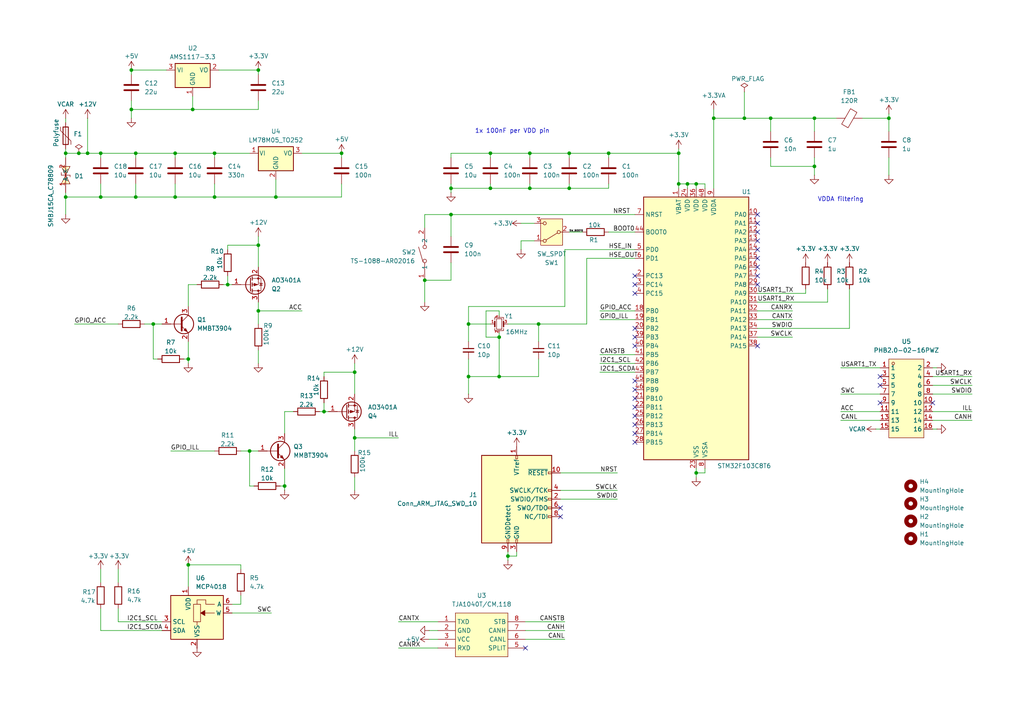
<source format=kicad_sch>
(kicad_sch (version 20250114) (generator "eeschema") (generator_version "9.0")
  (paper "A4")
  (title_block (title "CANtoto converter") (date "2025-06-28") (rev "0.2"))
  (text "VDDA filtering" (at 243.84 57.912 0) (effects (font (size 1.27 1.27))))
  (text "1x 100nF per VDD pin" (at 148.59 38.1 0) (effects (font (size 1.27 1.27))))
  (junction (at 62.23 44.45))
  (junction (at 135.89 93.98))
  (junction (at 50.8 44.45))
  (junction (at 207.01 34.29))
  (junction (at 80.01 57.15))
  (junction (at 135.89 109.22))
  (junction (at 66.04 82.55))
  (junction (at 38.1 20.32))
  (junction (at 257.81 34.29))
  (junction (at 176.53 44.45))
  (junction (at 29.21 57.15))
  (junction (at 29.21 44.45))
  (junction (at 215.9 34.29))
  (junction (at 130.81 62.23))
  (junction (at 38.1 31.75))
  (junction (at 236.22 34.29))
  (junction (at 50.8 57.15))
  (junction (at 144.78 97.79))
  (junction (at 123.19 81.28))
  (junction (at 82.55 140.97))
  (junction (at 55.88 31.75))
  (junction (at 54.61 104.14))
  (junction (at 93.98 119.38))
  (junction (at 102.87 107.95))
  (junction (at 165.1 44.45))
  (junction (at 142.24 54.61))
  (junction (at 74.93 71.12))
  (junction (at 201.93 53.34))
  (junction (at 25.4 44.45))
  (junction (at 54.61 163.83))
  (junction (at 44.45 93.98))
  (junction (at 165.1 54.61))
  (junction (at 22.86 44.45))
  (junction (at 74.93 20.32))
  (junction (at 199.39 53.34))
  (junction (at 99.06 44.45))
  (junction (at 74.93 90.17))
  (junction (at 201.93 137.16))
  (junction (at 142.24 44.45))
  (junction (at 156.21 93.98))
  (junction (at 19.05 57.15))
  (junction (at 147.32 161.29))
  (junction (at 39.37 44.45))
  (junction (at 223.52 34.29))
  (junction (at 102.87 127))
  (junction (at 196.85 44.45))
  (junction (at 19.05 44.45))
  (junction (at 62.23 57.15))
  (junction (at 144.78 109.22))
  (junction (at 153.67 44.45))
  (junction (at 196.85 53.34))
  (junction (at 39.37 57.15))
  (junction (at 130.81 54.61))
  (junction (at 153.67 54.61))
  (junction (at 72.39 130.81))
  (junction (at 236.22 48.26))
  (no_connect (at 184.15 110.49))
  (no_connect (at 219.71 100.33))
  (no_connect (at 219.71 67.31))
  (no_connect (at 219.71 62.23))
  (no_connect (at 219.71 69.85))
  (no_connect (at 184.15 120.65))
  (no_connect (at 255.27 111.76))
  (no_connect (at 162.56 147.32))
  (no_connect (at 219.71 82.55))
  (no_connect (at 184.15 97.79))
  (no_connect (at 255.27 109.22))
  (no_connect (at 184.15 115.57))
  (no_connect (at 219.71 74.93))
  (no_connect (at 184.15 80.01))
  (no_connect (at 184.15 123.19))
  (no_connect (at 184.15 128.27))
  (no_connect (at 184.15 95.25))
  (no_connect (at 184.15 82.55))
  (no_connect (at 219.71 77.47))
  (no_connect (at 184.15 113.03))
  (no_connect (at 219.71 80.01))
  (no_connect (at 184.15 100.33))
  (no_connect (at 219.71 72.39))
  (no_connect (at 184.15 118.11))
  (no_connect (at 162.56 149.86))
  (no_connect (at 152.4 187.96))
  (no_connect (at 184.15 125.73))
  (no_connect (at 219.71 64.77))
  (no_connect (at 184.15 85.09))
  (no_connect (at 255.27 116.84))
  (no_connect (at 270.51 116.84))
  (wire (pts (xy 62.23 44.45) (xy 62.23 45.72)))
  (wire (pts (xy 54.61 170.18) (xy 54.61 163.83)))
  (wire (pts (xy 50.8 45.72) (xy 50.8 44.45)))
  (wire (pts (xy 147.32 161.29) (xy 147.32 160.02)))
  (wire (pts (xy 39.37 57.15) (xy 50.8 57.15)))
  (wire (pts (xy 74.93 31.75) (xy 55.88 31.75)))
  (wire (pts (xy 66.04 82.55) (xy 67.31 82.55)))
  (wire (pts (xy 38.1 29.21) (xy 38.1 31.75)))
  (wire (pts (xy 142.24 53.34) (xy 142.24 54.61)))
  (wire (pts (xy 81.28 140.97) (xy 82.55 140.97)))
  (wire (pts (xy 19.05 44.45) (xy 22.86 44.45)))
  (wire (pts (xy 151.13 69.85) (xy 154.94 69.85)))
  (wire (pts (xy 93.98 119.38) (xy 95.25 119.38)))
  (wire (pts (xy 144.78 96.52) (xy 144.78 97.79)))
  (wire (pts (xy 246.38 83.82) (xy 246.38 95.25)))
  (wire (pts (xy 270.51 111.76) (xy 281.94 111.76)))
  (wire (pts (xy 123.19 87.63) (xy 123.19 81.28)))
  (wire (pts (xy 196.85 53.34) (xy 196.85 54.61)))
  (wire (pts (xy 207.01 31.75) (xy 207.01 34.29)))
  (wire (pts (xy 250.19 34.29) (xy 257.81 34.29)))
  (wire (pts (xy 163.83 72.39) (xy 184.15 72.39)))
  (wire (pts (xy 219.71 97.79) (xy 229.87 97.79)))
  (wire (pts (xy 85.09 119.38) (xy 82.55 119.38)))
  (wire (pts (xy 130.81 62.23) (xy 184.15 62.23)))
  (wire (pts (xy 124.46 182.88) (xy 127 182.88)))
  (wire (pts (xy 176.53 45.72) (xy 176.53 44.45)))
  (wire (pts (xy 29.21 57.15) (xy 39.37 57.15)))
  (wire (pts (xy 229.87 92.71) (xy 219.71 92.71)))
  (wire (pts (xy 38.1 31.75) (xy 38.1 34.29)))
  (wire (pts (xy 135.89 88.9) (xy 135.89 93.98)))
  (wire (pts (xy 115.57 187.96) (xy 127 187.96)))
  (wire (pts (xy 22.86 44.45) (xy 25.4 44.45)))
  (wire (pts (xy 144.78 91.44) (xy 144.78 90.17)))
  (wire (pts (xy 21.59 93.98) (xy 34.29 93.98)))
  (wire (pts (xy 130.81 68.58) (xy 130.81 62.23)))
  (wire (pts (xy 176.53 53.34) (xy 176.53 54.61)))
  (wire (pts (xy 219.71 95.25) (xy 246.38 95.25)))
  (wire (pts (xy 57.15 82.55) (xy 54.61 82.55)))
  (wire (pts (xy 173.99 102.87) (xy 184.15 102.87)))
  (wire (pts (xy 130.81 81.28) (xy 130.81 76.2)))
  (wire (pts (xy 54.61 104.14) (xy 54.61 105.41)))
  (wire (pts (xy 156.21 99.06) (xy 156.21 93.98)))
  (wire (pts (xy 115.57 180.34) (xy 127 180.34)))
  (wire (pts (xy 236.22 38.1) (xy 236.22 34.29)))
  (wire (pts (xy 233.68 85.09) (xy 233.68 83.82)))
  (wire (pts (xy 50.8 57.15) (xy 62.23 57.15)))
  (wire (pts (xy 165.1 54.61) (xy 176.53 54.61)))
  (wire (pts (xy 38.1 20.32) (xy 48.26 20.32)))
  (wire (pts (xy 102.87 127) (xy 102.87 130.81)))
  (wire (pts (xy 270.51 109.22) (xy 281.94 109.22)))
  (wire (pts (xy 219.71 85.09) (xy 233.68 85.09)))
  (wire (pts (xy 135.89 88.9) (xy 163.83 88.9)))
  (wire (pts (xy 74.93 68.58) (xy 74.93 71.12)))
  (wire (pts (xy 240.03 87.63) (xy 240.03 83.82)))
  (wire (pts (xy 62.23 44.45) (xy 72.39 44.45)))
  (wire (pts (xy 55.88 27.94) (xy 55.88 31.75)))
  (wire (pts (xy 39.37 45.72) (xy 39.37 44.45)))
  (wire (pts (xy 199.39 53.34) (xy 199.39 54.61)))
  (wire (pts (xy 102.87 107.95) (xy 102.87 114.3)))
  (wire (pts (xy 45.72 104.14) (xy 44.45 104.14)))
  (wire (pts (xy 201.93 53.34) (xy 201.93 54.61)))
  (wire (pts (xy 82.55 135.89) (xy 82.55 140.97)))
  (wire (pts (xy 156.21 109.22) (xy 156.21 104.14)))
  (wire (pts (xy 74.93 29.21) (xy 74.93 31.75)))
  (wire (pts (xy 243.84 114.3) (xy 255.27 114.3)))
  (wire (pts (xy 153.67 44.45) (xy 153.67 45.72)))
  (wire (pts (xy 54.61 82.55) (xy 54.61 88.9)))
  (wire (pts (xy 130.81 54.61) (xy 142.24 54.61)))
  (wire (pts (xy 219.71 87.63) (xy 240.03 87.63)))
  (wire (pts (xy 29.21 45.72) (xy 29.21 44.45)))
  (wire (pts (xy 156.21 93.98) (xy 170.18 93.98)))
  (wire (pts (xy 19.05 57.15) (xy 29.21 57.15)))
  (wire (pts (xy 135.89 109.22) (xy 135.89 104.14)))
  (wire (pts (xy 196.85 44.45) (xy 196.85 43.18)))
  (wire (pts (xy 173.99 105.41) (xy 184.15 105.41)))
  (wire (pts (xy 99.06 57.15) (xy 80.01 57.15)))
  (wire (pts (xy 162.56 144.78) (xy 179.07 144.78)))
  (wire (pts (xy 34.29 176.53) (xy 34.29 180.34)))
  (wire (pts (xy 50.8 53.34) (xy 50.8 57.15)))
  (wire (pts (xy 162.56 142.24) (xy 179.07 142.24)))
  (wire (pts (xy 124.46 185.42) (xy 127 185.42)))
  (wire (pts (xy 69.85 163.83) (xy 54.61 163.83)))
  (wire (pts (xy 62.23 53.34) (xy 62.23 57.15)))
  (wire (pts (xy 196.85 53.34) (xy 196.85 44.45)))
  (wire (pts (xy 69.85 175.26) (xy 67.31 175.26)))
  (wire (pts (xy 147.32 162.56) (xy 147.32 161.29)))
  (wire (pts (xy 74.93 90.17) (xy 74.93 93.98)))
  (wire (pts (xy 201.93 137.16) (xy 204.47 137.16)))
  (wire (pts (xy 204.47 53.34) (xy 204.47 54.61)))
  (wire (pts (xy 144.78 90.17) (xy 140.97 90.17)))
  (wire (pts (xy 270.51 119.38) (xy 281.94 119.38)))
  (wire (pts (xy 74.93 90.17) (xy 87.63 90.17)))
  (wire (pts (xy 271.78 124.46) (xy 270.51 124.46)))
  (wire (pts (xy 243.84 106.68) (xy 255.27 106.68)))
  (wire (pts (xy 87.63 44.45) (xy 99.06 44.45)))
  (wire (pts (xy 168.91 67.31) (xy 165.1 67.31)))
  (wire (pts (xy 204.47 135.89) (xy 204.47 137.16)))
  (wire (pts (xy 99.06 44.45) (xy 99.06 45.72)))
  (wire (pts (xy 80.01 52.07) (xy 80.01 57.15)))
  (wire (pts (xy 123.19 81.28) (xy 130.81 81.28)))
  (wire (pts (xy 130.81 44.45) (xy 142.24 44.45)))
  (wire (pts (xy 196.85 53.34) (xy 199.39 53.34)))
  (wire (pts (xy 215.9 34.29) (xy 223.52 34.29)))
  (wire (pts (xy 41.91 93.98) (xy 44.45 93.98)))
  (wire (pts (xy 38.1 20.32) (xy 38.1 21.59)))
  (wire (pts (xy 152.4 182.88) (xy 163.83 182.88)))
  (wire (pts (xy 54.61 99.06) (xy 54.61 104.14)))
  (wire (pts (xy 29.21 182.88) (xy 46.99 182.88)))
  (wire (pts (xy 135.89 109.22) (xy 144.78 109.22)))
  (wire (pts (xy 173.99 107.95) (xy 184.15 107.95)))
  (wire (pts (xy 243.84 121.92) (xy 255.27 121.92)))
  (wire (pts (xy 153.67 53.34) (xy 153.67 54.61)))
  (wire (pts (xy 152.4 185.42) (xy 163.83 185.42)))
  (wire (pts (xy 44.45 93.98) (xy 46.99 93.98)))
  (wire (pts (xy 153.67 44.45) (xy 165.1 44.45)))
  (wire (pts (xy 19.05 45.72) (xy 19.05 44.45)))
  (wire (pts (xy 93.98 107.95) (xy 93.98 109.22)))
  (wire (pts (xy 29.21 165.1) (xy 29.21 168.91)))
  (wire (pts (xy 66.04 71.12) (xy 74.93 71.12)))
  (wire (pts (xy 142.24 44.45) (xy 142.24 45.72)))
  (wire (pts (xy 207.01 34.29) (xy 207.01 54.61)))
  (wire (pts (xy 254 124.46) (xy 255.27 124.46)))
  (wire (pts (xy 135.89 99.06) (xy 135.89 93.98)))
  (wire (pts (xy 80.01 57.15) (xy 62.23 57.15)))
  (wire (pts (xy 82.55 119.38) (xy 82.55 125.73)))
  (wire (pts (xy 176.53 67.31) (xy 184.15 67.31)))
  (wire (pts (xy 39.37 44.45) (xy 50.8 44.45)))
  (wire (pts (xy 223.52 34.29) (xy 236.22 34.29)))
  (wire (pts (xy 243.84 119.38) (xy 255.27 119.38)))
  (wire (pts (xy 223.52 48.26) (xy 236.22 48.26)))
  (wire (pts (xy 170.18 93.98) (xy 170.18 74.93)))
  (wire (pts (xy 130.81 62.23) (xy 123.19 62.23)))
  (wire (pts (xy 99.06 53.34) (xy 99.06 57.15)))
  (wire (pts (xy 165.1 53.34) (xy 165.1 54.61)))
  (wire (pts (xy 29.21 176.53) (xy 29.21 182.88)))
  (wire (pts (xy 142.24 54.61) (xy 153.67 54.61)))
  (wire (pts (xy 74.93 87.63) (xy 74.93 90.17)))
  (wire (pts (xy 34.29 168.91) (xy 34.29 165.1)))
  (wire (pts (xy 151.13 72.39) (xy 151.13 69.85)))
  (wire (pts (xy 64.77 82.55) (xy 66.04 82.55)))
  (wire (pts (xy 29.21 44.45) (xy 39.37 44.45)))
  (wire (pts (xy 236.22 48.26) (xy 236.22 50.8)))
  (wire (pts (xy 72.39 130.81) (xy 72.39 140.97)))
  (wire (pts (xy 34.29 180.34) (xy 46.99 180.34)))
  (wire (pts (xy 176.53 44.45) (xy 196.85 44.45)))
  (wire (pts (xy 74.93 71.12) (xy 74.93 77.47)))
  (wire (pts (xy 44.45 93.98) (xy 44.45 104.14)))
  (wire (pts (xy 25.4 44.45) (xy 29.21 44.45)))
  (wire (pts (xy 257.81 34.29) (xy 257.81 33.02)))
  (wire (pts (xy 142.24 44.45) (xy 153.67 44.45)))
  (wire (pts (xy 102.87 127) (xy 115.57 127)))
  (wire (pts (xy 130.81 53.34) (xy 130.81 54.61)))
  (wire (pts (xy 149.86 160.02) (xy 149.86 161.29)))
  (wire (pts (xy 135.89 93.98) (xy 142.24 93.98)))
  (wire (pts (xy 29.21 53.34) (xy 29.21 57.15)))
  (wire (pts (xy 66.04 71.12) (xy 66.04 72.39)))
  (wire (pts (xy 147.32 93.98) (xy 156.21 93.98)))
  (wire (pts (xy 82.55 140.97) (xy 82.55 142.24)))
  (wire (pts (xy 270.51 114.3) (xy 281.94 114.3)))
  (wire (pts (xy 93.98 116.84) (xy 93.98 119.38)))
  (wire (pts (xy 207.01 34.29) (xy 215.9 34.29)))
  (wire (pts (xy 74.93 101.6) (xy 74.93 105.41)))
  (wire (pts (xy 72.39 130.81) (xy 74.93 130.81)))
  (wire (pts (xy 153.67 54.61) (xy 165.1 54.61)))
  (wire (pts (xy 165.1 44.45) (xy 165.1 45.72)))
  (wire (pts (xy 102.87 124.46) (xy 102.87 127)))
  (wire (pts (xy 223.52 45.72) (xy 223.52 48.26)))
  (wire (pts (xy 151.13 64.77) (xy 154.94 64.77)))
  (wire (pts (xy 19.05 57.15) (xy 19.05 55.88)))
  (wire (pts (xy 69.85 130.81) (xy 72.39 130.81)))
  (wire (pts (xy 144.78 109.22) (xy 156.21 109.22)))
  (wire (pts (xy 130.81 54.61) (xy 130.81 55.88)))
  (wire (pts (xy 201.93 53.34) (xy 204.47 53.34)))
  (wire (pts (xy 93.98 107.95) (xy 102.87 107.95)))
  (wire (pts (xy 173.99 90.17) (xy 184.15 90.17)))
  (wire (pts (xy 140.97 90.17) (xy 140.97 97.79)))
  (wire (pts (xy 170.18 74.93) (xy 184.15 74.93)))
  (wire (pts (xy 69.85 165.1) (xy 69.85 163.83)))
  (wire (pts (xy 92.71 119.38) (xy 93.98 119.38)))
  (wire (pts (xy 135.89 114.3) (xy 135.89 109.22)))
  (wire (pts (xy 236.22 34.29) (xy 242.57 34.29)))
  (wire (pts (xy 19.05 34.29) (xy 19.05 35.56)))
  (wire (pts (xy 147.32 161.29) (xy 149.86 161.29)))
  (wire (pts (xy 19.05 57.15) (xy 19.05 62.23)))
  (wire (pts (xy 201.93 137.16) (xy 201.93 135.89)))
  (wire (pts (xy 271.78 106.68) (xy 270.51 106.68)))
  (wire (pts (xy 236.22 45.72) (xy 236.22 48.26)))
  (wire (pts (xy 163.83 88.9) (xy 163.83 72.39)))
  (wire (pts (xy 257.81 45.72) (xy 257.81 50.8)))
  (wire (pts (xy 49.53 130.81) (xy 62.23 130.81)))
  (wire (pts (xy 130.81 45.72) (xy 130.81 44.45)))
  (wire (pts (xy 39.37 53.34) (xy 39.37 57.15)))
  (wire (pts (xy 50.8 44.45) (xy 62.23 44.45)))
  (wire (pts (xy 140.97 97.79) (xy 144.78 97.79)))
  (wire (pts (xy 270.51 121.92) (xy 281.94 121.92)))
  (wire (pts (xy 53.34 104.14) (xy 54.61 104.14)))
  (wire (pts (xy 215.9 26.67) (xy 215.9 34.29)))
  (wire (pts (xy 257.81 38.1) (xy 257.81 34.29)))
  (wire (pts (xy 102.87 138.43) (xy 102.87 142.24)))
  (wire (pts (xy 144.78 97.79) (xy 144.78 109.22)))
  (wire (pts (xy 201.93 138.43) (xy 201.93 137.16)))
  (wire (pts (xy 219.71 90.17) (xy 229.87 90.17)))
  (wire (pts (xy 25.4 34.29) (xy 25.4 44.45)))
  (wire (pts (xy 173.99 92.71) (xy 184.15 92.71)))
  (wire (pts (xy 55.88 31.75) (xy 38.1 31.75)))
  (wire (pts (xy 69.85 172.72) (xy 69.85 175.26)))
  (wire (pts (xy 123.19 62.23) (xy 123.19 66.04)))
  (wire (pts (xy 102.87 105.41) (xy 102.87 107.95)))
  (wire (pts (xy 67.31 177.8) (xy 78.74 177.8)))
  (wire (pts (xy 223.52 34.29) (xy 223.52 38.1)))
  (wire (pts (xy 199.39 53.34) (xy 201.93 53.34)))
  (wire (pts (xy 73.66 140.97) (xy 72.39 140.97)))
  (wire (pts (xy 19.05 43.18) (xy 19.05 44.45)))
  (wire (pts (xy 152.4 180.34) (xy 163.83 180.34)))
  (wire (pts (xy 162.56 137.16) (xy 179.07 137.16)))
  (wire (pts (xy 66.04 80.01) (xy 66.04 82.55)))
  (wire (pts (xy 74.93 20.32) (xy 74.93 21.59)))
  (wire (pts (xy 165.1 44.45) (xy 176.53 44.45)))
  (wire (pts (xy 63.5 20.32) (xy 74.93 20.32)))
  (label "SWC" (at 78.74 177.8 180))
  (label "CANH" (at 163.83 182.88 180))
  (label "CANH" (at 281.94 121.92 180))
  (label "GPIO_ILL" (at 49.53 130.81 0))
  (label "SWC" (at 243.84 114.3 0))
  (label "USART1_RX" (at 219.71 87.63 0))
  (label "SWCLK" (at 229.87 97.79 180))
  (label "CANSTB" (at 163.83 180.34 180))
  (label "CANL" (at 243.84 121.92 0))
  (label "ACC" (at 243.84 119.38 0))
  (label "CANTX" (at 229.87 92.71 180))
  (label "USART1_TX" (at 219.71 85.09 0))
  (label "SWCLK" (at 179.07 142.24 180))
  (label "USART1_TX" (at 243.84 106.68 0))
  (label "NRST" (at 179.07 137.16 180))
  (label "SWDIO" (at 179.07 144.78 180))
  (label "HSE_OUT" (at 176.53 74.93 0))
  (label "USART1_RX" (at 281.94 109.22 180))
  (label "SWCLK" (at 281.94 111.76 180))
  (label "GPIO_ACC" (at 21.59 93.98 0))
  (label "ACC" (at 87.63 90.17 180))
  (label "BOOT0" (at 177.8 67.31 0))
  (label "CANRX" (at 115.57 187.96 0))
  (label "I2C1_SCDA" (at 36.83 182.88 0))
  (label "CANL" (at 163.83 185.42 180))
  (label "SW_BOOT0" (at 165.1 67.31 0) (effects (font (size 0.508 0.508))))
  (label "I2C1_SCL" (at 36.83 180.34 0))
  (label "ILL" (at 115.57 127 180))
  (label "SWDIO" (at 281.94 114.3 180))
  (label "NRST" (at 177.8 62.23 0))
  (label "ILL" (at 281.94 119.38 180))
  (label "HSE_IN" (at 176.53 72.39 0))
  (label "CANTX" (at 115.57 180.34 0))
  (label "CANRX" (at 229.87 90.17 180))
  (label "SWDIO" (at 229.87 95.25 180))
  (label "GPIO_ACC" (at 173.99 90.17 0))
  (label "GPIO_ILL" (at 173.99 92.71 0))
  (label "CANSTB" (at 173.99 102.87 0))
  (label "I2C1_SCDA" (at 173.99 107.95 0))
  (label "I2C1_SCL" (at 173.99 105.41 0))
  (symbol (lib_id "Device:R") (at 69.85 168.91 0) (unit 1)
    (property "Reference" "R5" (at 72.39 167.6399 0) (effects (justify left)))
    (property "Value" "4.7k" (at 72.39 170.1799 0) (effects (justify left)))
    (property "Footprint" "Resistor_SMD:R_0402_1005Metric" (effects (hide yes)))
    (property "Description" "Resistor" (effects (hide yes)))
  )
  (symbol (lib_id "Device:R") (at 34.29 172.72 0) (unit 1)
    (property "Reference" "R16" (at 36.83 171.4499 0) (effects (justify left)))
    (property "Value" "4.7k" (at 36.83 173.9899 0) (effects (justify left)))
    (property "Footprint" "Resistor_SMD:R_0402_1005Metric" (effects (hide yes)))
    (property "Description" "Resistor" (effects (hide yes)))
  )
  (symbol (lib_id "Device:C") (at 62.23 49.53 0) (unit 1)
    (property "Reference" "C14" (at 66.04 48.2599 0) (effects (justify left)))
    (property "Value" "330n" (at 66.04 50.7999 0) (effects (justify left)))
    (property "Footprint" "Capacitor_SMD:C_0805_2012Metric" (effects (hide yes)))
    (property "Description" "Unpolarized capacitor" (effects (hide yes)))
  )
  (symbol (lib_id "power:GND") (at 54.61 105.41 0) (unit 1)
    (property "Reference" "#PWR028" (effects (hide yes)))
    (property "Value" "GND" (effects (hide yes)))
    (property "Description" "Power symbol creates a global label with name \"GND\" , ground" (effects (hide yes)))
  )
  (symbol (lib_id "easyeda2kicad:SMBJ15CA_C78809") (at 19.05 50.8 90) (unit 1)
    (property "Reference" "D1" (at 21.59 51.054 90) (effects (justify right)))
    (property "Value" "SMBJ15CA_C78809" (at 14.732 47.752 0) (effects (justify right)))
    (property "Footprint" "easyeda2kicad:SMB_L4.6-W3.6-LS5.3-BI" (effects (hide yes)))
    (property "Datasheet" "https://lcsc.com/product-detail/TVS_Littelfuse_SMBJ15CA_SMBJ15CA_C78809.html" (effects (hide yes)))
    (property "LCSC Part" "C78809" (effects (hide yes)))
  )
  (symbol (lib_id "Mechanical:MountingHole") (at 264.16 156.21 0) (unit 1) (in_bom no)
    (property "Reference" "H1" (at 266.7 154.9399 0) (effects (justify left)))
    (property "Value" "MountingHole" (at 266.7 157.4799 0) (effects (justify left)))
    (property "Footprint" "MountingHole:MountingHole_3mm" (effects (hide yes)))
    (property "Description" "Mounting Hole without connection" (effects (hide yes)))
  )
  (symbol (lib_id "Device:C") (at 99.06 49.53 0) (unit 1)
    (property "Reference" "C15" (at 102.87 48.2599 0) (effects (justify left)))
    (property "Value" "100n" (at 102.87 50.7999 0) (effects (justify left)))
    (property "Footprint" "Capacitor_SMD:C_0805_2012Metric" (effects (hide yes)))
    (property "Description" "Unpolarized capacitor" (effects (hide yes)))
  )
  (symbol (lib_id "power:+3.3V") (at 25.4 34.29 0) (unit 1)
    (property "Reference" "#PWR030" (effects (hide yes)))
    (property "Value" "+12V" (at 25.4 30.226 0))
    (property "Description" "Power symbol creates a global label with name \"+3.3V\"" (effects (hide yes)))
  )
  (symbol (lib_id "power:GND") (at 123.19 87.63 0) (unit 1)
    (property "Reference" "#PWR08" (effects (hide yes)))
    (property "Value" "GND" (effects (hide yes)))
    (property "Description" "Power symbol creates a global label with name \"GND\" , ground" (effects (hide yes)))
  )
  (symbol (lib_id "Device:R") (at 77.47 140.97 90) (unit 1)
    (property "Reference" "R12" (at 77.47 136.144 90))
    (property "Value" "10k" (at 77.47 138.684 90))
    (property "Footprint" "Resistor_SMD:R_0402_1005Metric" (effects (hide yes)))
    (property "Description" "Resistor" (effects (hide yes)))
  )
  (symbol (lib_id "power:GND") (at 124.46 182.88 270) (unit 1)
    (property "Reference" "#PWR015" (effects (hide yes)))
    (property "Value" "GND" (effects (hide yes)))
    (property "Description" "Power symbol creates a global label with name \"GND\" , ground" (effects (hide yes)))
  )
  (symbol (lib_id "power:+3.3V") (at 38.1 20.32 0) (unit 1)
    (property "Reference" "#PWR014" (effects (hide yes)))
    (property "Value" "+5V" (at 38.1 16.256 0))
    (property "Description" "Power symbol creates a global label with name \"+3.3V\"" (effects (hide yes)))
  )
  (symbol (lib_id "Device:R") (at 60.96 82.55 90) (unit 1)
    (property "Reference" "R8" (at 60.96 77.978 90))
    (property "Value" "2.2k" (at 60.96 80.518 90))
    (property "Footprint" "Resistor_SMD:R_0402_1005Metric" (effects (hide yes)))
    (property "Description" "Resistor" (effects (hide yes)))
  )
  (symbol (lib_id "Device:C") (at 130.81 72.39 0) (unit 1)
    (property "Reference" "C9" (at 134.62 71.1199 0) (effects (justify left)))
    (property "Value" "100n" (at 134.62 73.6599 0) (effects (justify left)))
    (property "Footprint" "Capacitor_SMD:C_0402_1005Metric" (effects (hide yes)))
    (property "Description" "Unpolarized capacitor" (effects (hide yes)))
  )
  (symbol (lib_id "Device:C_Small") (at 156.21 101.6 0) (unit 1)
    (property "Reference" "C11" (at 158.75 100.3362 0) (effects (justify left)))
    (property "Value" "10p" (at 158.75 102.8762 0) (effects (justify left)))
    (property "Footprint" "Capacitor_SMD:C_0402_1005Metric" (effects (hide yes)))
    (property "Description" "Unpolarized capacitor, small symbol" (effects (hide yes)))
  )
  (symbol (lib_id "power:PWR_FLAG") (at 215.9 26.67 0) (unit 1)
    (property "Reference" "#FLG02" (effects (hide yes)))
    (property "Value" "PWR_FLAG" (at 216.916 22.86 0))
    (property "Description" "Special symbol for telling ERC where power comes from" (effects (hide yes)))
  )
  (symbol (lib_id "Device:R") (at 74.93 97.79 0) (unit 1)
    (property "Reference" "R9" (at 77.724 94.488 0))
    (property "Value" "100k" (at 77.216 97.79 90))
    (property "Footprint" "Resistor_SMD:R_0402_1005Metric" (effects (hide yes)))
    (property "Description" "Resistor" (effects (hide yes)))
  )
  (symbol (lib_id "Device:C") (at 223.52 41.91 0) (unit 1)
    (property "Reference" "C6" (at 227.33 40.6399 0) (effects (justify left)))
    (property "Value" "10n" (at 227.33 43.1799 0) (effects (justify left)))
    (property "Footprint" "Capacitor_SMD:C_0402_1005Metric" (effects (hide yes)))
    (property "Description" "Unpolarized capacitor" (effects (hide yes)))
  )
  (symbol (lib_id "Device:FerriteBead") (at 246.38 34.29 90) (unit 1)
    (property "Reference" "FB1" (at 246.3292 26.67 90))
    (property "Value" "120R" (at 246.3292 29.21 90))
    (property "Footprint" "Inductor_SMD:L_0603_1608Metric" (effects (hide yes)))
    (property "Description" "Ferrite bead" (effects (hide yes)))
  )
  (symbol (lib_id "power:+3.3V") (at 233.68 76.2 0) (unit 1)
    (property "Reference" "#PWR024" (effects (hide yes)))
    (property "Value" "+3.3V" (at 233.68 72.136 0))
    (property "Description" "Power symbol creates a global label with name \"+3.3V\"" (effects (hide yes)))
  )
  (symbol (lib_id "Connector:Conn_ARM_JTAG_SWD_10") (at 149.86 144.78 0) (unit 1)
    (property "Reference" "J1" (at 138.43 143.5099 0) (effects (justify right)))
    (property "Value" "Conn_ARM_JTAG_SWD_10" (at 138.43 146.0499 0) (effects (justify right)))
    (property "Footprint" "Connector_PinHeader_1.27mm:PinHeader_2x05_P1.27mm_Vertical_SMD" (effects (hide yes)))
    (property "Datasheet" "http://infocenter.arm.com/help/topic/com.arm.doc.ddi0314h/DDI0314H_coresight_components_trm.pdf" (effects (hide yes)))
    (property "Description" "Cortex Debug Connector, standard ARM Cortex-M SWD and JTAG interface" (effects (hide yes)))
  )
  (symbol (lib_id "power:GND") (at 82.55 142.24 0) (unit 1)
    (property "Reference" "#PWR032" (effects (hide yes)))
    (property "Value" "GND" (effects (hide yes)))
    (property "Description" "Power symbol creates a global label with name \"GND\" , ground" (effects (hide yes)))
  )
  (symbol (lib_id "power:+3.3V") (at 102.87 105.41 0) (unit 1)
    (property "Reference" "#PWR033" (effects (hide yes)))
    (property "Value" "+12V" (at 102.87 101.346 0))
    (property "Description" "Power symbol creates a global label with name \"+3.3V\"" (effects (hide yes)))
  )
  (symbol (lib_id "power:GND") (at 271.78 106.68 90) (unit 1)
    (property "Reference" "#PWR023" (effects (hide yes)))
    (property "Value" "GND" (effects (hide yes)))
    (property "Description" "Power symbol creates a global label with name \"GND\" , ground" (effects (hide yes)))
  )
  (symbol (lib_id "Device:R") (at 38.1 93.98 90) (unit 1)
    (property "Reference" "R6" (at 38.1 89.408 90))
    (property "Value" "2.2k" (at 38.1 91.948 90))
    (property "Footprint" "Resistor_SMD:R_0402_1005Metric" (effects (hide yes)))
    (property "Description" "Resistor" (effects (hide yes)))
  )
  (symbol (lib_id "Device:C") (at 165.1 49.53 0) (unit 1)
    (property "Reference" "C2" (at 168.91 48.2599 0) (effects (justify left)))
    (property "Value" "100n" (at 168.91 50.7999 0) (effects (justify left)))
    (property "Footprint" "Capacitor_SMD:C_0402_1005Metric" (effects (hide yes)))
    (property "Description" "Unpolarized capacitor" (effects (hide yes)))
  )
  (symbol (lib_id "MCU_ST_STM32F1:STM32F103C8Tx") (at 201.93 95.25 0) (unit 1)
    (property "Reference" "U1" (at 215.138 55.626 0) (effects (justify left)))
    (property "Value" "STM32F103C8T6" (at 208.026 135.128 0) (effects (justify left)))
    (property "Footprint" "Package_QFP:LQFP-48_7x7mm_P0.5mm" (effects (hide yes)))
    (property "Datasheet" "https://www.st.com/resource/en/datasheet/stm32f103c8.pdf" (effects (hide yes)))
    (property "Description" "STMicroelectronics Arm Cortex-M3 MCU, 64KB flash, 20KB RAM, 72 MHz, 2.0-3.6V, 37 GPIO, LQFP48" (effects (hide yes)))
  )
  (symbol (lib_id "Transistor_FET:AO3401A") (at 100.33 119.38 0) (mirror x) (unit 1)
    (property "Reference" "Q4" (at 106.68 120.6501 0) (effects (justify left)))
    (property "Value" "AO3401A" (at 106.68 118.1101 0) (effects (justify left)))
    (property "Footprint" "Package_TO_SOT_SMD:SOT-23" (effects (hide yes)))
    (property "Datasheet" "http://www.aosmd.com/pdfs/datasheet/AO3401A.pdf" (effects (hide yes)))
    (property "Description" "-4.0A Id, -30V Vds, P-Channel MOSFET, SOT-23" (effects (hide yes)))
  )
  (symbol (lib_id "Device:R") (at 102.87 134.62 0) (unit 1)
    (property "Reference" "R15" (at 105.664 131.318 0))
    (property "Value" "100k" (at 105.156 134.62 90))
    (property "Footprint" "Resistor_SMD:R_0402_1005Metric" (effects (hide yes)))
    (property "Description" "Resistor" (effects (hide yes)))
  )
  (symbol (lib_id "Transistor_FET:AO3401A") (at 72.39 82.55 0) (mirror x) (unit 1)
    (property "Reference" "Q2" (at 78.74 83.8201 0) (effects (justify left)))
    (property "Value" "AO3401A" (at 78.74 81.2801 0) (effects (justify left)))
    (property "Footprint" "Package_TO_SOT_SMD:SOT-23" (effects (hide yes)))
    (property "Datasheet" "http://www.aosmd.com/pdfs/datasheet/AO3401A.pdf" (effects (hide yes)))
    (property "Description" "-4.0A Id, -30V Vds, P-Channel MOSFET, SOT-23" (effects (hide yes)))
  )
  (symbol (lib_id "Device:R") (at 29.21 172.72 0) (unit 1)
    (property "Reference" "R17" (at 23.876 171.704 0) (effects (justify left)))
    (property "Value" "4.7k" (at 23.368 174.244 0) (effects (justify left)))
    (property "Footprint" "Resistor_SMD:R_0402_1005Metric" (effects (hide yes)))
    (property "Description" "Resistor" (effects (hide yes)))
  )
  (symbol (lib_id "power:+3.3V") (at 29.21 165.1 0) (unit 1)
    (property "Reference" "#PWR038" (effects (hide yes)))
    (property "Value" "+3.3V" (at 28.448 161.29 0))
    (property "Description" "Power symbol creates a global label with name \"+3.3V\"" (effects (hide yes)))
  )
  (symbol (lib_id "power:+3.3V") (at 240.03 76.2 0) (unit 1)
    (property "Reference" "#PWR025" (effects (hide yes)))
    (property "Value" "+3.3V" (at 240.03 72.136 0))
    (property "Description" "Power symbol creates a global label with name \"+3.3V\"" (effects (hide yes)))
  )
  (symbol (lib_id "power:+3.3V") (at 254 124.46 90) (unit 1)
    (property "Reference" "#PWR022" (effects (hide yes)))
    (property "Value" "VCAR" (at 248.666 124.46 90))
    (property "Description" "Power symbol creates a global label with name \"+3.3V\"" (effects (hide yes)))
  )
  (symbol (lib_id "Device:R") (at 49.53 104.14 90) (unit 1)
    (property "Reference" "R7" (at 49.53 99.314 90))
    (property "Value" "10k" (at 49.53 101.854 90))
    (property "Footprint" "Resistor_SMD:R_0402_1005Metric" (effects (hide yes)))
    (property "Description" "Resistor" (effects (hide yes)))
  )
  (symbol (lib_id "Device:C") (at 130.81 49.53 0) (unit 1)
    (property "Reference" "C5" (at 134.62 48.2599 0) (effects (justify left)))
    (property "Value" "10u" (at 134.62 50.7999 0) (effects (justify left)))
    (property "Footprint" "Capacitor_SMD:C_0603_1608Metric" (effects (hide yes)))
    (property "Description" "Unpolarized capacitor" (effects (hide yes)))
  )
  (symbol (lib_id "Device:C") (at 236.22 41.91 0) (unit 1)
    (property "Reference" "C7" (at 240.03 40.6399 0) (effects (justify left)))
    (property "Value" "1u" (at 240.03 43.1799 0) (effects (justify left)))
    (property "Footprint" "Capacitor_SMD:C_0402_1005Metric" (effects (hide yes)))
    (property "Description" "Unpolarized capacitor" (effects (hide yes)))
  )
  (symbol (lib_id "Device:C") (at 176.53 49.53 0) (unit 1)
    (property "Reference" "C1" (at 180.34 48.2599 0) (effects (justify left)))
    (property "Value" "100n" (at 180.34 50.7999 0) (effects (justify left)))
    (property "Footprint" "Capacitor_SMD:C_0402_1005Metric" (effects (hide yes)))
    (property "Description" "Unpolarized capacitor" (effects (hide yes)))
  )
  (symbol (lib_id "Mechanical:MountingHole") (at 264.16 151.13 0) (unit 1) (in_bom no)
    (property "Reference" "H2" (at 266.7 149.8599 0) (effects (justify left)))
    (property "Value" "MountingHole" (at 266.7 152.3999 0) (effects (justify left)))
    (property "Footprint" "MountingHole:MountingHole_3mm" (effects (hide yes)))
    (property "Description" "Mounting Hole without connection" (effects (hide yes)))
  )
  (symbol (lib_id "power:GND") (at 257.81 50.8 0) (unit 1)
    (property "Reference" "#PWR07" (effects (hide yes)))
    (property "Value" "GND" (effects (hide yes)))
    (property "Description" "Power symbol creates a global label with name \"GND\" , ground" (effects (hide yes)))
  )
  (symbol (lib_id "Device:C") (at 142.24 49.53 0) (unit 1)
    (property "Reference" "C4" (at 146.05 48.2599 0) (effects (justify left)))
    (property "Value" "100n" (at 146.05 50.7999 0) (effects (justify left)))
    (property "Footprint" "Capacitor_SMD:C_0402_1005Metric" (effects (hide yes)))
    (property "Description" "Unpolarized capacitor" (effects (hide yes)))
  )
  (symbol (lib_id "power:GND") (at 271.78 124.46 90) (unit 1)
    (property "Reference" "#PWR021" (effects (hide yes)))
    (property "Value" "GND" (effects (hide yes)))
    (property "Description" "Power symbol creates a global label with name \"GND\" , ground" (effects (hide yes)))
  )
  (symbol (lib_id "easyeda2kicad:TS-1088-AR02016") (at 123.19 73.66 90) (unit 1)
    (property "Reference" "SW2" (at 120.65 73.152 90) (effects (justify left)))
    (property "Value" "TS-1088-AR02016" (at 120.396 75.692 90) (effects (justify left)))
    (property "Footprint" "easyeda2kicad:SW-SMD_L3.9-W3.0-P4.45" (effects (hide yes)))
    (property "Datasheet" "https://lcsc.com/product-detail/Tactile-Switches_XUNPU-TS-1088-AR02016_C720477.html" (effects (hide yes)))
    (property "LCSC Part" "C720477" (effects (hide yes)))
  )
  (symbol (lib_id "power:GND") (at 102.87 142.24 0) (unit 1)
    (property "Reference" "#PWR034" (effects (hide yes)))
    (property "Value" "GND" (effects (hide yes)))
    (property "Description" "Power symbol creates a global label with name \"GND\" , ground" (effects (hide yes)))
  )
  (symbol (lib_id "power:GND") (at 19.05 62.23 0) (unit 1)
    (property "Reference" "#PWR019" (effects (hide yes)))
    (property "Value" "GND" (effects (hide yes)))
    (property "Description" "Power symbol creates a global label with name \"GND\" , ground" (effects (hide yes)))
  )
  (symbol (lib_id "Device:C") (at 257.81 41.91 0) (unit 1)
    (property "Reference" "C8" (at 261.62 40.6399 0) (effects (justify left)))
    (property "Value" "1u" (at 261.62 43.1799 0) (effects (justify left)))
    (property "Footprint" "Capacitor_SMD:C_0402_1005Metric" (effects (hide yes)))
    (property "Description" "Unpolarized capacitor" (effects (hide yes)))
  )
  (symbol (lib_id "power:+3.3V") (at 74.93 68.58 0) (unit 1)
    (property "Reference" "#PWR031" (effects (hide yes)))
    (property "Value" "+12V" (at 74.93 64.516 0))
    (property "Description" "Power symbol creates a global label with name \"+3.3V\"" (effects (hide yes)))
  )
  (symbol (lib_id "Device:Polyfuse") (at 19.05 39.37 180) (unit 1)
    (property "Reference" "F1" (at 21.336 38.862 0) (effects (justify right)))
    (property "Value" "Polyfuse" (at 16.256 42.672 90) (effects (justify right)))
    (property "Footprint" "Fuse:Fuse_1812_4532Metric" (effects (hide yes)))
    (property "Description" "Resettable fuse, polymeric positive temperature coefficient" (effects (hide yes)))
  )
  (symbol (lib_id "Regulator_Linear:LM78M05_TO252") (at 80.01 44.45 0) (unit 1)
    (property "Reference" "U4" (at 80.01 38.1 0))
    (property "Value" "LM78M05_TO252" (at 80.01 40.64 0))
    (property "Footprint" "Package_TO_SOT_SMD:TO-252-2" (effects (hide yes)))
    (property "Datasheet" "https://www.onsemi.com/pub/Collateral/MC78M00-D.PDF" (effects (hide yes)))
    (property "Description" "Positive 500mA 35V Linear Regulator, Fixed Output 5V, TO-252 (D-PAK)" (effects (hide yes)))
  )
  (symbol (lib_id "Transistor_BJT:MMBT3904") (at 80.01 130.81 0) (unit 1)
    (property "Reference" "Q3" (at 85.09 129.5399 0) (effects (justify left)))
    (property "Value" "MMBT3904" (at 85.09 132.0799 0) (effects (justify left)))
    (property "Footprint" "Package_TO_SOT_SMD:SOT-23" (effects (hide yes)))
    (property "Datasheet" "https://www.onsemi.com/pdf/datasheet/pzt3904-d.pdf" (effects (hide yes)))
    (property "Description" "0.2A Ic, 40V Vce, Small Signal NPN Transistor, SOT-23" (effects (hide yes)))
  )
  (symbol (lib_id "power:GND") (at 38.1 34.29 0) (unit 1)
    (property "Reference" "#PWR012" (effects (hide yes)))
    (property "Value" "GND" (effects (hide yes)))
    (property "Description" "Power symbol creates a global label with name \"GND\" , ground" (effects (hide yes)))
  )
  (symbol (lib_id "power:+3.3V") (at 54.61 163.83 0) (unit 1)
    (property "Reference" "#PWR027" (effects (hide yes)))
    (property "Value" "+5V" (at 54.61 159.766 0))
    (property "Description" "Power symbol creates a global label with name \"+3.3V\"" (effects (hide yes)))
  )
  (symbol (lib_id "power:GND") (at 135.89 114.3 0) (unit 1)
    (property "Reference" "#PWR011" (effects (hide yes)))
    (property "Value" "GND" (effects (hide yes)))
    (property "Description" "Power symbol creates a global label with name \"GND\" , ground" (effects (hide yes)))
  )
  (symbol (lib_id "Device:R") (at 88.9 119.38 90) (unit 1)
    (property "Reference" "R13" (at 88.9 114.808 90))
    (property "Value" "2.2k" (at 88.9 117.348 90))
    (property "Footprint" "Resistor_SMD:R_0402_1005Metric" (effects (hide yes)))
    (property "Description" "Resistor" (effects (hide yes)))
  )
  (symbol (lib_id "Device:C") (at 74.93 25.4 0) (unit 1)
    (property "Reference" "C13" (at 78.74 24.1299 0) (effects (justify left)))
    (property "Value" "22u" (at 78.74 26.6699 0) (effects (justify left)))
    (property "Footprint" "Capacitor_SMD:C_0805_2012Metric" (effects (hide yes)))
    (property "Description" "Unpolarized capacitor" (effects (hide yes)))
  )
  (symbol (lib_id "Device:R") (at 233.68 80.01 0) (unit 1)
    (property "Reference" "R4" (at 236.22 78.7399 0) (effects (justify left)))
    (property "Value" "10k" (at 236.22 81.2799 0) (effects (justify left)))
    (property "Footprint" "Resistor_SMD:R_0402_1005Metric" (effects (hide yes)))
    (property "Description" "Resistor" (effects (hide yes)))
  )
  (symbol (lib_id "power:+3.3V") (at 34.29 165.1 0) (unit 1)
    (property "Reference" "#PWR037" (effects (hide yes)))
    (property "Value" "+3.3V" (at 34.544 161.29 0))
    (property "Description" "Power symbol creates a global label with name \"+3.3V\"" (effects (hide yes)))
  )
  (symbol (lib_id "Device:R") (at 172.72 67.31 90) (unit 1)
    (property "Reference" "R1" (at 172.212 69.596 90))
    (property "Value" "10k" (at 172.466 65.278 90))
    (property "Footprint" "Resistor_SMD:R_0402_1005Metric" (effects (hide yes)))
    (property "Description" "Resistor" (effects (hide yes)))
  )
  (symbol (lib_id "power:GND") (at 57.15 187.96 0) (unit 1)
    (property "Reference" "#PWR026" (effects (hide yes)))
    (property "Value" "GND" (effects (hide yes)))
    (property "Description" "Power symbol creates a global label with name \"GND\" , ground" (effects (hide yes)))
  )
  (symbol (lib_id "power:GND") (at 130.81 55.88 0) (unit 1)
    (property "Reference" "#PWR03" (effects (hide yes)))
    (property "Value" "GND" (effects (hide yes)))
    (property "Description" "Power symbol creates a global label with name \"GND\" , ground" (effects (hide yes)))
  )
  (symbol (lib_id "power:+3.3V") (at 19.05 34.29 0) (unit 1)
    (property "Reference" "#PWR018" (effects (hide yes)))
    (property "Value" "VCAR" (at 19.05 30.226 0))
    (property "Description" "Power symbol creates a global label with name \"+3.3V\"" (effects (hide yes)))
  )
  (symbol (lib_id "Transistor_BJT:MMBT3904") (at 52.07 93.98 0) (unit 1)
    (property "Reference" "Q1" (at 57.15 92.7099 0) (effects (justify left)))
    (property "Value" "MMBT3904" (at 57.15 95.2499 0) (effects (justify left)))
    (property "Footprint" "Package_TO_SOT_SMD:SOT-23" (effects (hide yes)))
    (property "Datasheet" "https://www.onsemi.com/pdf/datasheet/pzt3904-d.pdf" (effects (hide yes)))
    (property "Description" "0.2A Ic, 40V Vce, Small Signal NPN Transistor, SOT-23" (effects (hide yes)))
  )
  (symbol (lib_id "power:+3.3V") (at 74.93 20.32 0) (unit 1)
    (property "Reference" "#PWR013" (effects (hide yes)))
    (property "Value" "+3.3V" (at 74.93 16.256 0))
    (property "Description" "Power symbol creates a global label with name \"+3.3V\"" (effects (hide yes)))
  )
  (symbol (lib_id "Device:C") (at 29.21 49.53 0) (unit 1)
    (property "Reference" "C18" (at 33.02 48.2599 0) (effects (justify left)))
    (property "Value" "10u" (at 33.02 50.7999 0) (effects (justify left)))
    (property "Footprint" "Capacitor_SMD:C_1206_3216Metric" (effects (hide yes)))
    (property "Description" "Unpolarized capacitor" (effects (hide yes)))
  )
  (symbol (lib_id "easyeda2kicad:TJA1040T_CM,118") (at 139.7 184.15 0) (unit 1)
    (property "Reference" "U3" (at 139.7 172.72 0))
    (property "Value" "TJA1040T/CM,118" (at 139.7 175.26 0))
    (property "Footprint" "easyeda2kicad:SOIC-8_L5.0-W4.0-P1.27-LS6.0-BL" (effects (hide yes)))
    (property "Datasheet" "https://lcsc.com/product-detail/CAN_NXP_TJA1040T-CM_TJA1040T-CM_C6951.html" (effects (hide yes)))
    (property "LCSC Part" "C6951" (effects (hide yes)))
  )
  (symbol (lib_id "power:+3.3V") (at 149.86 129.54 0) (unit 1)
    (property "Reference" "#PWR036" (effects (hide yes)))
    (property "Value" "+3.3V" (at 149.86 125.476 0))
    (property "Description" "Power symbol creates a global label with name \"+3.3V\"" (effects (hide yes)))
  )
  (symbol (lib_id "power:+3.3V") (at 151.13 64.77 90) (unit 1)
    (property "Reference" "#PWR010" (effects (hide yes)))
    (property "Value" "+3.3V" (at 145.796 64.77 90))
    (property "Description" "Power symbol creates a global label with name \"+3.3V\"" (effects (hide yes)))
  )
  (symbol (lib_id "power:GND") (at 201.93 138.43 0) (unit 1)
    (property "Reference" "#PWR02" (effects (hide yes)))
    (property "Value" "GND" (effects (hide yes)))
    (property "Description" "Power symbol creates a global label with name \"GND\" , ground" (effects (hide yes)))
  )
  (symbol (lib_id "Device:C") (at 39.37 49.53 0) (unit 1)
    (property "Reference" "C17" (at 43.18 48.2599 0) (effects (justify left)))
    (property "Value" "10u" (at 43.18 50.7999 0) (effects (justify left)))
    (property "Footprint" "Capacitor_SMD:C_1206_3216Metric" (effects (hide yes)))
    (property "Description" "Unpolarized capacitor" (effects (hide yes)))
  )
  (symbol (lib_id "Device:C") (at 38.1 25.4 0) (unit 1)
    (property "Reference" "C12" (at 41.91 24.1299 0) (effects (justify left)))
    (property "Value" "22u" (at 41.91 26.6699 0) (effects (justify left)))
    (property "Footprint" "Capacitor_SMD:C_0805_2012Metric" (effects (hide yes)))
    (property "Description" "Unpolarized capacitor" (effects (hide yes)))
  )
  (symbol (lib_id "power:+3.3V") (at 124.46 185.42 90) (unit 1)
    (property "Reference" "#PWR016" (effects (hide yes)))
    (property "Value" "+5V" (at 119.634 185.42 90))
    (property "Description" "Power symbol creates a global label with name \"+3.3V\"" (effects (hide yes)))
  )
  (symbol (lib_id "Switch:SW_SPDT") (at 160.02 67.31 180) (unit 1)
    (property "Reference" "SW1" (at 160.02 76.2 0))
    (property "Value" "SW_SPDT" (at 160.02 73.66 0))
    (property "Footprint" "Button_Switch_SMD:SW_SPDT_PCM12" (effects (hide yes)))
    (property "Description" "Switch, single pole double throw" (effects (hide yes)))
  )
  (symbol (lib_id "Device:R") (at 66.04 130.81 90) (unit 1)
    (property "Reference" "R11" (at 66.04 126.238 90))
    (property "Value" "2.2k" (at 66.04 128.778 90))
    (property "Footprint" "Resistor_SMD:R_0402_1005Metric" (effects (hide yes)))
    (property "Description" "Resistor" (effects (hide yes)))
  )
  (symbol (lib_id "Device:R") (at 240.03 80.01 0) (unit 1)
    (property "Reference" "R3" (at 242.57 78.7399 0) (effects (justify left)))
    (property "Value" "10k" (at 242.57 81.2799 0) (effects (justify left)))
    (property "Footprint" "Resistor_SMD:R_0402_1005Metric" (effects (hide yes)))
    (property "Description" "Resistor" (effects (hide yes)))
  )
  (symbol (lib_id "power:GND") (at 147.32 162.56 0) (unit 1)
    (property "Reference" "#PWR035" (effects (hide yes)))
    (property "Value" "GND" (effects (hide yes)))
    (property "Description" "Power symbol creates a global label with name \"GND\" , ground" (effects (hide yes)))
  )
  (symbol (lib_id "power:GND") (at 74.93 105.41 0) (unit 1)
    (property "Reference" "#PWR029" (effects (hide yes)))
    (property "Value" "GND" (effects (hide yes)))
    (property "Description" "Power symbol creates a global label with name \"GND\" , ground" (effects (hide yes)))
  )
  (symbol (lib_id "Device:C") (at 50.8 49.53 0) (unit 1)
    (property "Reference" "C16" (at 54.61 48.2599 0) (effects (justify left)))
    (property "Value" "10u" (at 54.61 50.7999 0) (effects (justify left)))
    (property "Footprint" "Capacitor_SMD:C_1206_3216Metric" (effects (hide yes)))
    (property "Description" "Unpolarized capacitor" (effects (hide yes)))
  )
  (symbol (lib_id "Device:R") (at 66.04 76.2 180) (unit 1)
    (property "Reference" "R10" (at 62.992 72.898 0))
    (property "Value" "10k" (at 63.754 76.2 90))
    (property "Footprint" "Resistor_SMD:R_0402_1005Metric" (effects (hide yes)))
    (property "Description" "Resistor" (effects (hide yes)))
  )
  (symbol (lib_id "Regulator_Linear:AMS1117-3.3") (at 55.88 20.32 0) (unit 1)
    (property "Reference" "U2" (at 55.88 13.97 0))
    (property "Value" "AMS1117-3.3" (at 55.88 16.51 0))
    (property "Footprint" "Package_TO_SOT_SMD:SOT-223-3_TabPin2" (effects (hide yes)))
    (property "Datasheet" "http://www.advanced-monolithic.com/pdf/ds1117.pdf" (effects (hide yes)))
    (property "Description" "1A Low Dropout regulator, positive, 3.3V fixed output, SOT-223" (effects (hide yes)))
  )
  (symbol (lib_id "power:+3.3V") (at 99.06 44.45 0) (unit 1)
    (property "Reference" "#PWR020" (effects (hide yes)))
    (property "Value" "+5V" (at 99.06 40.386 0))
    (property "Description" "Power symbol creates a global label with name \"+3.3V\"" (effects (hide yes)))
  )
  (symbol (lib_id "power:+3.3V") (at 257.81 33.02 0) (unit 1)
    (property "Reference" "#PWR06" (effects (hide yes)))
    (property "Value" "+3.3V" (at 257.81 28.956 0))
    (property "Description" "Power symbol creates a global label with name \"+3.3V\"" (effects (hide yes)))
  )
  (symbol (lib_id "Device:Crystal_GND24_Small") (at 144.78 93.98 0) (unit 1)
    (property "Reference" "Y1" (at 147.574 91.694 0))
    (property "Value" "16MHz" (at 149.86 96.266 0))
    (property "Footprint" "Crystal:Crystal_SMD_3225-4Pin_3.2x2.5mm" (effects (hide yes)))
    (property "Description" "Four pin crystal, GND on pins 2 and 4, small symbol" (effects (hide yes)))
  )
  (symbol (lib_id "Device:R") (at 93.98 113.03 180) (unit 1)
    (property "Reference" "R14" (at 90.932 109.728 0))
    (property "Value" "10k" (at 91.694 113.03 90))
    (property "Footprint" "Resistor_SMD:R_0402_1005Metric" (effects (hide yes)))
    (property "Description" "Resistor" (effects (hide yes)))
  )
  (symbol (lib_id "power:PWR_FLAG") (at 22.86 44.45 0) (unit 1)
    (property "Reference" "#FLG01" (effects (hide yes)))
    (property "Value" "PWR_FLAG" (effects (hide yes)))
    (property "Description" "Special symbol for telling ERC where power comes from" (effects (hide yes)))
  )
  (symbol (lib_id "power:+3.3VA") (at 207.01 31.75 0) (unit 1)
    (property "Reference" "#PWR04" (effects (hide yes)))
    (property "Value" "+3.3VA" (at 207.01 27.686 0))
    (property "Description" "Power symbol creates a global label with name \"+3.3VA\"" (effects (hide yes)))
  )
  (symbol (lib_id "power:+3.3V") (at 246.38 76.2 0) (unit 1)
    (property "Reference" "#PWR017" (effects (hide yes)))
    (property "Value" "+3.3V" (at 246.38 72.136 0))
    (property "Description" "Power symbol creates a global label with name \"+3.3V\"" (effects (hide yes)))
  )
  (symbol (lib_id "power:GND") (at 236.22 50.8 0) (unit 1)
    (property "Reference" "#PWR05" (effects (hide yes)))
    (property "Value" "GND" (effects (hide yes)))
    (property "Description" "Power symbol creates a global label with name \"GND\" , ground" (effects (hide yes)))
  )
  (symbol (lib_id "Potentiometer_Digital:MCP4018-xxxxLT") (at 57.15 180.34 0) (unit 1)
    (property "Reference" "U6" (at 56.7533 167.64 0) (effects (justify left)))
    (property "Value" "MCP4018" (at 56.7533 170.18 0) (effects (justify left)))
    (property "Footprint" "Package_TO_SOT_SMD:SOT-363_SC-70-6" (effects (hide yes)))
    (property "Datasheet" "http://ww1.microchip.com/downloads/en/DeviceDoc/22147a.pdf" (effects (hide yes)))
    (property "Description" "Low-Cost 128-Step Volatile I2C Digital Potentiometer, SC-70-6" (effects (hide yes)))
  )
  (symbol (lib_id "Mechanical:MountingHole") (at 264.16 146.05 0) (unit 1) (in_bom no)
    (property "Reference" "H3" (at 266.7 144.7799 0) (effects (justify left)))
    (property "Value" "MountingHole" (at 266.7 147.3199 0) (effects (justify left)))
    (property "Footprint" "MountingHole:MountingHole_3mm" (effects (hide yes)))
    (property "Description" "Mounting Hole without connection" (effects (hide yes)))
  )
  (symbol (lib_id "power:+3.3V") (at 196.85 43.18 0) (unit 1)
    (property "Reference" "#PWR01" (effects (hide yes)))
    (property "Value" "+3.3V" (at 196.85 39.116 0))
    (property "Description" "Power symbol creates a global label with name \"+3.3V\"" (effects (hide yes)))
  )
  (symbol (lib_id "Device:R") (at 246.38 80.01 0) (unit 1)
    (property "Reference" "R2" (at 248.92 78.7399 0) (effects (justify left)))
    (property "Value" "10k" (at 248.92 81.2799 0) (effects (justify left)))
    (property "Footprint" "Resistor_SMD:R_0402_1005Metric" (effects (hide yes)))
    (property "Description" "Resistor" (effects (hide yes)))
  )
  (symbol (lib_id "power:GND") (at 151.13 72.39 0) (unit 1)
    (property "Reference" "#PWR09" (effects (hide yes)))
    (property "Value" "GND" (effects (hide yes)))
    (property "Description" "Power symbol creates a global label with name \"GND\" , ground" (effects (hide yes)))
  )
  (symbol (lib_id "Mechanical:MountingHole") (at 264.16 140.97 0) (unit 1) (in_bom no)
    (property "Reference" "H4" (at 266.7 139.6999 0) (effects (justify left)))
    (property "Value" "MountingHole" (at 266.7 142.2399 0) (effects (justify left)))
    (property "Footprint" "MountingHole:MountingHole_3mm" (effects (hide yes)))
    (property "Description" "Mounting Hole without connection" (effects (hide yes)))
  )
  (symbol (lib_id "easyeda2kicad:PHB2.0-02-16PWZ") (at 262.89 115.57 0) (unit 1)
    (property "Reference" "U5" (at 262.89 99.06 0))
    (property "Value" "PHB2.0-02-16PWZ" (at 262.89 101.6 0))
    (property "Footprint" "easyeda2kicad:CONN-TH_16P-P2.00_S16B-PADSS-1" (effects (hide yes)))
    (property "LCSC Part" "C19077320" (effects (hide yes)))
  )
  (symbol (lib_id "Device:C_Small") (at 135.89 101.6 0) (unit 1)
    (property "Reference" "C10" (at 138.43 100.3362 0) (effects (justify left)))
    (property "Value" "10p" (at 138.43 102.8762 0) (effects (justify left)))
    (property "Footprint" "Capacitor_SMD:C_0402_1005Metric" (effects (hide yes)))
    (property "Description" "Unpolarized capacitor, small symbol" (effects (hide yes)))
  )
  (symbol (lib_id "Device:C") (at 153.67 49.53 0) (unit 1)
    (property "Reference" "C3" (at 157.48 48.2599 0) (effects (justify left)))
    (property "Value" "100n" (at 157.48 50.7999 0) (effects (justify left)))
    (property "Footprint" "Capacitor_SMD:C_0402_1005Metric" (effects (hide yes)))
    (property "Description" "Unpolarized capacitor" (effects (hide yes)))
  )
)
</source>
